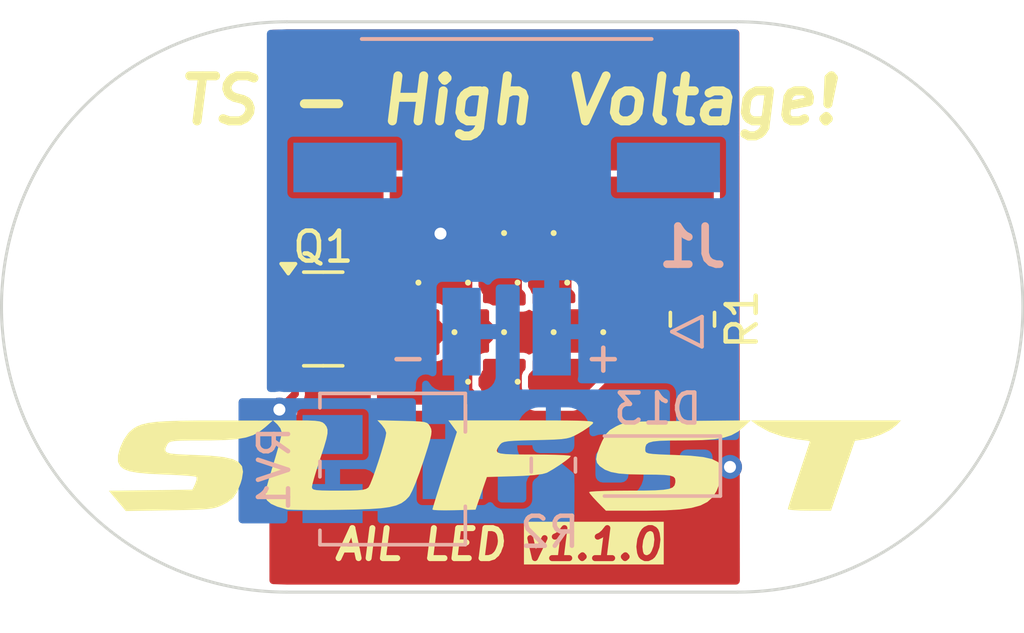
<source format=kicad_pcb>
(kicad_pcb (version 20221018) (generator pcbnew)
  (layers (0 "F.Cu" signal) (31 "B.Cu" signal) (34 "B.Paste" user) (35 "F.Paste" user) (36 "B.SilkS" user "B.Silkscreen") (37 "F.SilkS" user "F.Silkscreen") (38 "B.Mask" user) (39 "F.Mask" user) (44 "Edge.Cuts" user))
  (net 0 "")
  (net 1 "Net-(D1-K)")
  (net 2 "Net-(D1-A)")
  (net 3 "Net-(D2-K)")
  (net 4 "Net-(D3-K)")
  (net 5 "Net-(D4-K)")
  (net 6 "Net-(D5-K)")
  (net 7 "Net-(D6-K)")
  (net 8 "Net-(D7-K)")
  (net 9 "Net-(D8-K)")
  (net 10 "Net-(D10-A)")
  (net 11 "Net-(D10-K)")
  (net 12 "Net-(D11-K)")
  (net 13 "Net-(D12-K)")
  (net 14 "Net-(D13-K)")
  (net 15 "Net-(D13-A)")
  (net 16 "Net-(Q1-E)")
  (footprint "MountingHole:MountingHole_3.2mm_M3" (layer "F.Cu") (at 63.3476 43.561)
    (fp_text reference "H2" hide)
    (fp_text value "MountingHole")
    (pad "" np_thru_hole circle (at 0 0) (size 3.2 3.2) (drill 3.2) (layers "*.Cu" "*.Mask"))
  )
  (footprint "SUFST:KR-SITQA1.23_reflow" (layer "F.Cu") (at 49.478 42.689 -90)
    (fp_text reference "D6" hide)
    (fp_text value "KR-SITQA1.23")
    (fp_circle (center 0 0.6) (end 0.05 0.6) (stroke (width 0.1)) (fill none) (layer "F.SilkS"))
    (pad "1" smd custom (at -0.4 0.5 270) (size 0.1 0.1) (layers "F.Cu" "F.Paste" "F.Mask") (net 7 "Net-(D6-K)") (clearance 0.05) (options (clearance outline) (anchor circle)) (primitives (gr_poly (pts (xy -0.15 0.25) (xy -0.15 -0.15) (xy 0 -0.15) (xy 0.2 0.05) (xy 0.2 0.25)) (width 0.0001) (fill yes))))
    (pad "1" smd custom (at 0.4 0.5 270) (size 0.1 0.1) (layers "F.Cu" "F.Paste" "F.Mask") (net 7 "Net-(D6-K)") (clearance 0.05) (options (clearance outline) (anchor circle)) (primitives (gr_poly (pts (xy 0.15 0.25) (xy 0.15 -0.15) (xy 0 -0.15) (xy -0.2 0.05) (xy -0.2 0.25)) (width 0.0001) (fill yes))))
    (pad "2" smd custom (at 0 -0.2 270) (size 0.1 0.1) (layers "F.Cu" "F.Paste" "F.Mask") (net 6 "Net-(D5-K)") (clearance 0.05) (options (clearance outline) (anchor circle)) (primitives (gr_poly (pts (xy 0.125 0.4) (xy 0.35 0.15) (xy 0.35 -0.15) (xy 0.55 -0.15) (xy 0.55 -0.55) (xy 0.125 -0.55) (xy 0.125 -0.15) (xy -0.125 -0.15) (xy -0.125 -0.55) (xy -0.55 -0.55) (xy -0.55 -0.15) (xy -0.35 -0.15) (xy -0.35 0.15) (xy -0.125 0.4)) (width 0.0001) (fill yes))))
  )
  (footprint "SUFST:KR-SITQA1.23_reflow" (layer "F.Cu") (at 51.1322 45.991 -90)
    (fp_text reference "D12" hide)
    (fp_text value "KR-SITQA1.23")
    (fp_circle (center 0 0.6) (end 0.05 0.6) (stroke (width 0.1)) (fill none) (layer "F.SilkS"))
    (pad "1" smd custom (at -0.4 0.5 270) (size 0.1 0.1) (layers "F.Cu" "F.Paste" "F.Mask") (net 13 "Net-(D12-K)") (clearance 0.05) (options (clearance outline) (anchor circle)) (primitives (gr_poly (pts (xy -0.15 0.25) (xy -0.15 -0.15) (xy 0 -0.15) (xy 0.2 0.05) (xy 0.2 0.25)) (width 0.0001) (fill yes))))
    (pad "1" smd custom (at 0.4 0.5 270) (size 0.1 0.1) (layers "F.Cu" "F.Paste" "F.Mask") (net 13 "Net-(D12-K)") (clearance 0.05) (options (clearance outline) (anchor circle)) (primitives (gr_poly (pts (xy 0.15 0.25) (xy 0.15 -0.15) (xy 0 -0.15) (xy -0.2 0.05) (xy -0.2 0.25)) (width 0.0001) (fill yes))))
    (pad "2" smd custom (at 0 -0.2 270) (size 0.1 0.1) (layers "F.Cu" "F.Paste" "F.Mask") (net 12 "Net-(D11-K)") (clearance 0.05) (options (clearance outline) (anchor circle)) (primitives (gr_poly (pts (xy 0.125 0.4) (xy 0.35 0.15) (xy 0.35 -0.15) (xy 0.55 -0.15) (xy 0.55 -0.55) (xy 0.125 -0.55) (xy 0.125 -0.15) (xy -0.125 -0.15) (xy -0.125 -0.55) (xy -0.55 -0.55) (xy -0.55 -0.15) (xy -0.35 -0.15) (xy -0.35 0.15) (xy -0.125 0.4)) (width 0.0001) (fill yes))))
  )
  (footprint "SUFST:KR-SITQA1.23_reflow" (layer "F.Cu") (at 54.431 44.34 90)
    (fp_text reference "D10" hide)
    (fp_text value "KR-SITQA1.23")
    (fp_circle (center 0 0.6) (end 0.05 0.6) (stroke (width 0.1)) (fill none) (layer "F.SilkS"))
    (pad "1" smd custom (at -0.4 0.5 90) (size 0.1 0.1) (layers "F.Cu" "F.Paste" "F.Mask") (net 11 "Net-(D10-K)") (clearance 0.05) (options (clearance outline) (anchor circle)) (primitives (gr_poly (pts (xy -0.15 0.25) (xy -0.15 -0.15) (xy 0 -0.15) (xy 0.2 0.05) (xy 0.2 0.25)) (width 0.0001) (fill yes))))
    (pad "1" smd custom (at 0.4 0.5 90) (size 0.1 0.1) (layers "F.Cu" "F.Paste" "F.Mask") (net 11 "Net-(D10-K)") (clearance 0.05) (options (clearance outline) (anchor circle)) (primitives (gr_poly (pts (xy 0.15 0.25) (xy 0.15 -0.15) (xy 0 -0.15) (xy -0.2 0.05) (xy -0.2 0.25)) (width 0.0001) (fill yes))))
    (pad "2" smd custom (at 0 -0.2 90) (size 0.1 0.1) (layers "F.Cu" "F.Paste" "F.Mask") (net 10 "Net-(D10-A)") (clearance 0.05) (options (clearance outline) (anchor circle)) (primitives (gr_poly (pts (xy 0.125 0.4) (xy 0.35 0.15) (xy 0.35 -0.15) (xy 0.55 -0.15) (xy 0.55 -0.55) (xy 0.125 -0.55) (xy 0.125 -0.15) (xy -0.125 -0.15) (xy -0.125 -0.55) (xy -0.55 -0.55) (xy -0.55 -0.15) (xy -0.35 -0.15) (xy -0.35 0.15) (xy -0.125 0.4)) (width 0.0001) (fill yes))))
  )
  (footprint "Package_TO_SOT_SMD:SOT-23" (layer "F.Cu") (at 45.71 43.9)
    (fp_text reference "Q1" (at 0 -2.4) (layer "F.SilkS"))
    (fp_text value "BC817")
    (fp_line (start 0 -1.56) (end -0.65 -1.56) (stroke (width 0.12)) (layer "F.SilkS"))
    (fp_line (start 0 -1.56) (end 0.65 -1.56) (stroke (width 0.12)) (layer "F.SilkS"))
    (fp_line (start 0 1.56) (end -0.65 1.56) (stroke (width 0.12)) (layer "F.SilkS"))
    (fp_line (start 0 1.56) (end 0.65 1.56) (stroke (width 0.12)) (layer "F.SilkS"))
    (fp_poly (pts (xy -1.1625 -1.51) (xy -1.4025 -1.84) (xy -0.9225 -1.84) (xy -1.1625 -1.51)) (stroke (width 0.12)) (fill solid) (layer "F.SilkS"))
    (pad "1" smd roundrect (at -0.9375 -0.95) (size 1.475 0.6) (layers "F.Cu" "F.Paste" "F.Mask") (net 14 "Net-(D13-K)"))
    (pad "2" smd roundrect (at -0.9375 0.95) (size 1.475 0.6) (layers "F.Cu" "F.Paste" "F.Mask") (net 16 "Net-(Q1-E)"))
    (pad "3" smd roundrect (at 0.9375 0) (size 1.475 0.6) (layers "F.Cu" "F.Paste" "F.Mask") (net 13 "Net-(D12-K)"))
  )
  (footprint "SUFST:KR-SITQA1.23_reflow" (layer "F.Cu") (at 49.478 44.34 90)
    (fp_text reference "D7" hide)
    (fp_text value "KR-SITQA1.23")
    (fp_circle (center 0 0.6) (end 0.05 0.6) (stroke (width 0.1)) (fill none) (layer "F.SilkS"))
    (pad "1" smd custom (at -0.4 0.5 90) (size 0.1 0.1) (layers "F.Cu" "F.Paste" "F.Mask") (net 8 "Net-(D7-K)") (clearance 0.05) (options (clearance outline) (anchor circle)) (primitives (gr_poly (pts (xy -0.15 0.25) (xy -0.15 -0.15) (xy 0 -0.15) (xy 0.2 0.05) (xy 0.2 0.25)) (width 0.0001) (fill yes))))
    (pad "1" smd custom (at 0.4 0.5 90) (size 0.1 0.1) (layers "F.Cu" "F.Paste" "F.Mask") (net 8 "Net-(D7-K)") (clearance 0.05) (options (clearance outline) (anchor circle)) (primitives (gr_poly (pts (xy 0.15 0.25) (xy 0.15 -0.15) (xy 0 -0.15) (xy -0.2 0.05) (xy -0.2 0.25)) (width 0.0001) (fill yes))))
    (pad "2" smd custom (at 0 -0.2 90) (size 0.1 0.1) (layers "F.Cu" "F.Paste" "F.Mask") (net 7 "Net-(D6-K)") (clearance 0.05) (options (clearance outline) (anchor circle)) (primitives (gr_poly (pts (xy 0.125 0.4) (xy 0.35 0.15) (xy 0.35 -0.15) (xy 0.55 -0.15) (xy 0.55 -0.55) (xy 0.125 -0.55) (xy 0.125 -0.15) (xy -0.125 -0.15) (xy -0.125 -0.55) (xy -0.55 -0.55) (xy -0.55 -0.15) (xy -0.35 -0.15) (xy -0.35 0.15) (xy -0.125 0.4)) (width 0.0001) (fill yes))))
  )
  (footprint "SUFST:KR-SITQA1.23_reflow" (layer "F.Cu") (at 52.78 44.34 90)
    (fp_text reference "D9" hide)
    (fp_text value "KR-SITQA1.23")
    (fp_circle (center 0 0.6) (end 0.05 0.6) (stroke (width 0.1)) (fill none) (layer "F.SilkS"))
    (pad "1" smd custom (at -0.4 0.5 90) (size 0.1 0.1) (layers "F.Cu" "F.Paste" "F.Mask") (net 10 "Net-(D10-A)") (clearance 0.05) (options (clearance outline) (anchor circle)) (primitives (gr_poly (pts (xy -0.15 0.25) (xy -0.15 -0.15) (xy 0 -0.15) (xy 0.2 0.05) (xy 0.2 0.25)) (width 0.0001) (fill yes))))
    (pad "1" smd custom (at 0.4 0.5 90) (size 0.1 0.1) (layers "F.Cu" "F.Paste" "F.Mask") (net 10 "Net-(D10-A)") (clearance 0.05) (options (clearance outline) (anchor circle)) (primitives (gr_poly (pts (xy 0.15 0.25) (xy 0.15 -0.15) (xy 0 -0.15) (xy -0.2 0.05) (xy -0.2 0.25)) (width 0.0001) (fill yes))))
    (pad "2" smd custom (at 0 -0.2 90) (size 0.1 0.1) (layers "F.Cu" "F.Paste" "F.Mask") (net 9 "Net-(D8-K)") (clearance 0.05) (options (clearance outline) (anchor circle)) (primitives (gr_poly (pts (xy 0.125 0.4) (xy 0.35 0.15) (xy 0.35 -0.15) (xy 0.55 -0.15) (xy 0.55 -0.55) (xy 0.125 -0.55) (xy 0.125 -0.15) (xy -0.125 -0.15) (xy -0.125 -0.55) (xy -0.55 -0.55) (xy -0.55 -0.15) (xy -0.35 -0.15) (xy -0.35 0.15) (xy -0.125 0.4)) (width 0.0001) (fill yes))))
  )
  (footprint "SUFST:KR-SITQA1.23_reflow" (layer "F.Cu") (at 52.7832 45.991 -90)
    (fp_text reference "D11" hide)
    (fp_text value "KR-SITQA1.23")
    (fp_circle (center 0 0.6) (end 0.05 0.6) (stroke (width 0.1)) (fill none) (layer "F.SilkS"))
    (pad "1" smd custom (at -0.4 0.5 270) (size 0.1 0.1) (layers "F.Cu" "F.Paste" "F.Mask") (net 12 "Net-(D11-K)") (clearance 0.05) (options (clearance outline) (anchor circle)) (primitives (gr_poly (pts (xy -0.15 0.25) (xy -0.15 -0.15) (xy 0 -0.15) (xy 0.2 0.05) (xy 0.2 0.25)) (width 0.0001) (fill yes))))
    (pad "1" smd custom (at 0.4 0.5 270) (size 0.1 0.1) (layers "F.Cu" "F.Paste" "F.Mask") (net 12 "Net-(D11-K)") (clearance 0.05) (options (clearance outline) (anchor circle)) (primitives (gr_poly (pts (xy 0.15 0.25) (xy 0.15 -0.15) (xy 0 -0.15) (xy -0.2 0.05) (xy -0.2 0.25)) (width 0.0001) (fill yes))))
    (pad "2" smd custom (at 0 -0.2 270) (size 0.1 0.1) (layers "F.Cu" "F.Paste" "F.Mask") (net 11 "Net-(D10-K)") (clearance 0.05) (options (clearance outline) (anchor circle)) (primitives (gr_poly (pts (xy 0.125 0.4) (xy 0.35 0.15) (xy 0.35 -0.15) (xy 0.55 -0.15) (xy 0.55 -0.55) (xy 0.125 -0.55) (xy 0.125 -0.15) (xy -0.125 -0.15) (xy -0.125 -0.55) (xy -0.55 -0.55) (xy -0.55 -0.15) (xy -0.35 -0.15) (xy -0.35 0.15) (xy -0.125 0.4)) (width 0.0001) (fill yes))))
  )
  (footprint "SUFST:KR-SITQA1.23_reflow" (layer "F.Cu") (at 52.78 41.038 90)
    (fp_text reference "D2" hide)
    (fp_text value "KR-SITQA1.23")
    (fp_circle (center 0 0.6) (end 0.05 0.6) (stroke (width 0.1)) (fill none) (layer "F.SilkS"))
    (pad "1" smd custom (at -0.4 0.5 90) (size 0.1 0.1) (layers "F.Cu" "F.Paste" "F.Mask") (net 3 "Net-(D2-K)") (clearance 0.05) (options (clearance outline) (anchor circle)) (primitives (gr_poly (pts (xy -0.15 0.25) (xy -0.15 -0.15) (xy 0 -0.15) (xy 0.2 0.05) (xy 0.2 0.25)) (width 0.0001) (fill yes))))
    (pad "1" smd custom (at 0.4 0.5 90) (size 0.1 0.1) (layers "F.Cu" "F.Paste" "F.Mask") (net 3 "Net-(D2-K)") (clearance 0.05) (options (clearance outline) (anchor circle)) (primitives (gr_poly (pts (xy 0.15 0.25) (xy 0.15 -0.15) (xy 0 -0.15) (xy -0.2 0.05) (xy -0.2 0.25)) (width 0.0001) (fill yes))))
    (pad "2" smd custom (at 0 -0.2 90) (size 0.1 0.1) (layers "F.Cu" "F.Paste" "F.Mask") (net 1 "Net-(D1-K)") (clearance 0.05) (options (clearance outline) (anchor circle)) (primitives (gr_poly (pts (xy 0.125 0.4) (xy 0.35 0.15) (xy 0.35 -0.15) (xy 0.55 -0.15) (xy 0.55 -0.55) (xy 0.125 -0.55) (xy 0.125 -0.15) (xy -0.125 -0.15) (xy -0.125 -0.55) (xy -0.55 -0.55) (xy -0.55 -0.15) (xy -0.35 -0.15) (xy -0.35 0.15) (xy -0.125 0.4)) (width 0.0001) (fill yes))))
  )
  (footprint "SUFST:sufst-text" (layer "F.Cu") (at 51.75 48.75)
    (fp_text reference "G***" hide)
    (fp_text value "LOGO" hide)
    (fp_poly (pts (xy 13.039286 -1.308823) (xy 12.826538 -1.14556) (xy 12.526756 -0.996643) (xy 12.186455 -0.88248) (xy 11.961505 -0.835971) (xy 11.657484 -0.790969) (xy 10.861842 1.536511) (xy 10.14329 1.53694) (xy 9.851489 1.532571) (xy 9.616679 1.520409) (xy 9.466149 1.502429) (xy 9.424737 1.484959) (xy 9.445004 1.407288) (xy 9.501189 1.224651) (xy 9.58637 0.958717) (xy 9.693624 0.631152) (xy 9.792369 0.33421) (xy 9.912061 -0.024065) (xy 10.015456 -0.334855) (xy 10.095707 -0.577473) (xy 10.145967 -0.731233) (xy 10.16 -0.776554) (xy 10.099459 -0.789914) (xy 9.941491 -0.812503) (xy 9.742237 -0.836848) (xy 9.253037 -0.930705) (xy 8.801962 -1.08863) (xy 8.434034 -1.294713) (xy 8.42226 -1.303307) (xy 8.195607 -1.470526) (xy 13.191198 -1.470526)) (fill solid) (layer "F.SilkS"))
    (fp_poly (pts (xy 1.212731 -1.470319) (xy 1.727382 -1.469269) (xy 2.132588 -1.466734) (xy 2.440469 -1.462074) (xy 2.663146 -1.454646) (xy 2.812737 -1.443809) (xy 2.901364 -1.428922) (xy 2.941145 -1.409343) (xy 2.944201 -1.38443) (xy 2.922651 -1.353543) (xy 2.916522 -1.346665) (xy 2.796859 -1.246536) (xy 2.606653 -1.119079) (xy 2.454978 -1.030027) (xy 2.318997 -0.958001) (xy 2.195983 -0.905959) (xy 2.060258 -0.870018) (xy 1.886148 -0.846297) (xy 1.647975 -0.830912) (xy 1.320063 -0.819981) (xy 1.018306 -0.812787) (xy 0.612064 -0.8026) (xy 0.318565 -0.791217) (xy 0.11688 -0.775709) (xy -0.013922 -0.753143) (xy -0.094771 -0.72059) (xy -0.146596 -0.675119) (xy -0.168141 -0.646658) (xy -0.236789 -0.541441) (xy -0.265307 -0.462947) (xy -0.239465 -0.407267) (xy -0.145033 -0.370492) (xy 0.03222 -0.348713) (xy 0.306525 -0.338019) (xy 0.692111 -0.334503) (xy 0.969211 -0.334211) (xy 1.359146 -0.331642) (xy 1.69856 -0.324497) (xy 1.966652 -0.313619) (xy 2.142619 -0.299853) (xy 2.205661 -0.284079) (xy 2.153418 -0.223397) (xy 2.017971 -0.116452) (xy 1.831011 0.014675) (xy 1.624227 0.147904) (xy 1.429309 0.261152) (xy 1.403684 0.274722) (xy 1.254729 0.31617) (xy 0.988766 0.350808) (xy 0.622375 0.376886) (xy 0.322504 0.388889) (xy -0.591572 0.415948) (xy -0.780391 0.959948) (xy -0.96921 1.503947) (xy -1.687763 1.522919) (xy -1.979478 1.526936) (xy -2.214247 1.523155) (xy -2.364808 1.512471) (xy -2.406316 1.499351) (xy -2.386799 1.4255) (xy -2.332367 1.244343) (xy -2.249194 0.975788) (xy -2.143457 0.63974) (xy -2.021331 0.256107) (xy -1.99872 0.185517) (xy -1.591124 -1.085778) (xy -1.733353 -1.278152) (xy -1.875581 -1.470526) (xy 0.576517 -1.470526)) (fill solid) (layer "F.SilkS"))
    (fp_poly (pts (xy -7.720263 -1.464962) (xy -7.969948 -1.244265) (xy -8.162013 -1.094597) (xy -8.369032 -0.981613) (xy -8.612747 -0.900651) (xy -8.914902 -0.847047) (xy -9.297238 -0.816137) (xy -9.781498 -0.80326) (xy -10.03164 -0.802105) (xy -10.446022 -0.801097) (xy -10.746637 -0.796637) (xy -10.953392 -0.786571) (xy -11.086197 -0.768747) (xy -11.164962 -0.741012) (xy -11.209596 -0.701211) (xy -11.227122 -0.672816) (xy -11.284309 -0.554607) (xy -11.299083 -0.469005) (xy -11.255519 -0.409867) (xy -11.13769 -0.371051) (xy -10.929668 -0.346415) (xy -10.615528 -0.329815) (xy -10.310394 -0.319254) (xy -9.773633 -0.293265) (xy -9.359279 -0.249301) (xy -9.056533 -0.180705) (xy -8.854598 -0.080821) (xy -8.742676 0.057009) (xy -8.709971 0.23944) (xy -8.745683 0.47313) (xy -8.78834 0.619064) (xy -8.902697 0.912153) (xy -9.040392 1.11381) (xy -9.237091 1.265717) (xy -9.424737 1.362793) (xy -9.536914 1.409895) (xy -9.658327 1.445835) (xy -9.809405 1.472523) (xy -10.010581 1.491867) (xy -10.282283 1.505776) (xy -10.644944 1.516159) (xy -11.118993 1.524924) (xy -11.1685 1.52571) (xy -12.611473 1.5484) (xy -12.89476 1.210045) (xy -13.178045 0.87169) (xy -11.786846 0.853608) (xy -10.395645 0.835526) (xy -10.305168 0.646645) (xy -10.254875 0.502235) (xy -10.258262 0.414066) (xy -10.259509 0.412698) (xy -10.3385 0.395102) (xy -10.527231 0.375974) (xy -10.801799 0.357081) (xy -11.138303 0.340187) (xy -11.351769 0.332023) (xy -11.843152 0.308986) (xy -12.217222 0.274543) (xy -12.490178 0.22405) (xy -12.678222 0.152863) (xy -12.797553 0.056339) (xy -12.86437 -0.070167) (xy -12.874111 -0.104378) (xy -12.873323 -0.304118) (xy -12.804547 -0.55834) (xy -12.686098 -0.819429) (xy -12.536292 -1.039775) (xy -12.498685 -1.080329) (xy -12.381257 -1.184299) (xy -12.24806 -1.268311) (xy -12.084274 -1.334391) (xy -11.875079 -1.384564) (xy -11.605656 -1.420855) (xy -11.261183 -1.445288) (xy -10.826843 -1.459888) (xy -10.287814 -1.466681) (xy -9.663263 -1.467744)) (fill solid) (layer "F.SilkS"))
    (fp_poly (pts (xy 7.943133 -1.241925) (xy 7.758056 -1.09172) (xy 7.55018 -0.978368) (xy 7.298561 -0.897323) (xy 6.982255 -0.844039) (xy 6.580321 -0.81397) (xy 6.071814 -0.802572) (xy 5.916763 -0.802105) (xy 5.480397 -0.799717) (xy 5.160004 -0.789647) (xy 4.937914 -0.767541) (xy 4.796458 -0.729045) (xy 4.717966 -0.669803) (xy 4.684768 -0.58546) (xy 4.678948 -0.49703) (xy 4.68444 -0.440903) (xy 4.714286 -0.400624) (xy 4.78854 -0.37258) (xy 4.927254 -0.353156) (xy 5.150484 -0.338739) (xy 5.478282 -0.325715) (xy 5.664869 -0.319359) (xy 6.196609 -0.293168) (xy 6.606003 -0.249849) (xy 6.904005 -0.182345) (xy 7.101575 -0.083602) (xy 7.209667 0.053434) (xy 7.23924 0.23582) (xy 7.201249 0.47061) (xy 7.15121 0.63769) (xy 7.049707 0.888708) (xy 6.920284 1.08976) (xy 6.748307 1.246029) (xy 6.51914 1.362703) (xy 6.218149 1.444966) (xy 5.830698 1.498003) (xy 5.342151 1.527001) (xy 4.737873 1.537144) (xy 4.611979 1.537368) (xy 3.36994 1.537368) (xy 3.088654 1.250759) (xy 2.939132 1.091076) (xy 2.837119 0.968104) (xy 2.807369 0.916549) (xy 2.870868 0.902057) (xy 3.048002 0.889342) (xy 3.318725 0.879122) (xy 3.662993 0.872113) (xy 4.060761 0.86903) (xy 4.139436 0.868947) (xy 4.633608 0.866935) (xy 5.009962 0.858627) (xy 5.284332 0.840617) (xy 5.472553 0.809496) (xy 5.59046 0.761858) (xy 5.653888 0.694295) (xy 5.678671 0.6034) (xy 5.681579 0.537114) (xy 5.66829 0.460444) (xy 5.61595 0.405669) (xy 5.505847 0.369224) (xy 5.31927 0.347543) (xy 5.037509 0.337062) (xy 4.641852 0.334216) (xy 4.616613 0.33421) (xy 4.154497 0.326293) (xy 3.802282 0.299519) (xy 3.536952 0.249354) (xy 3.335495 0.171265) (xy 3.174895 0.060717) (xy 3.159626 0.047186) (xy 3.074484 -0.054876) (xy 3.044474 -0.176851) (xy 3.072277 -0.34583) (xy 3.160568 -0.588903) (xy 3.24096 -0.775435) (xy 3.359562 -1.000367) (xy 3.499597 -1.148593) (xy 3.71214 -1.273765) (xy 3.71819 -1.27675) (xy 3.813112 -1.321739) (xy 3.905603 -1.35757) (xy 4.011766 -1.38544) (xy 4.147708 -1.406545) (xy 4.329531 -1.422082) (xy 4.573341 -1.433246) (xy 4.895242 -1.441235) (xy 5.311339 -1.447246) (xy 5.837736 -1.452474) (xy 6.116053 -1.4549) (xy 8.188158 -1.472693)) (fill solid) (layer "F.SilkS"))
    (fp_poly (pts (xy -3.408358 -1.455983) (xy -3.062571 -1.447084) (xy -2.825933 -1.435602) (xy -2.673935 -1.416493) (xy -2.582064 -1.384709) (xy -2.525809 -1.335204) (xy -2.48196 -1.265253) (xy -2.448117 -1.190688) (xy -2.434887 -1.104796) (xy -2.44653 -0.985585) (xy -2.487302 -0.811063) (xy -2.561461 -0.559237) (xy -2.673265 -0.208116) (xy -2.706414 -0.105885) (xy -2.83396 0.267242) (xy -2.95943 0.599366) (xy -3.072209 0.864439) (xy -3.161683 1.036418) (xy -3.185569 1.069845) (xy -3.302917 1.191287) (xy -3.438725 1.287597) (xy -3.609515 1.361851) (xy -3.831804 1.417125) (xy -4.122114 1.456494) (xy -4.496963 1.483035) (xy -4.972871 1.499824) (xy -5.547894 1.509715) (xy -5.999651 1.513724) (xy -6.412118 1.514641) (xy -6.764687 1.512642) (xy -7.036749 1.507901) (xy -7.207695 1.500594) (xy -7.252368 1.495254) (xy -7.569071 1.403534) (xy -7.777743 1.310042) (xy -7.903645 1.202772) (xy -7.922249 1.17689) (xy -7.95635 1.109529) (xy -7.969275 1.025412) (xy -7.957119 0.902831) (xy -7.915977 0.720078) (xy -7.841945 0.455444) (xy -7.73112 0.087222) (xy -7.719355 0.048741) (xy -7.614702 -0.301725) (xy -7.525961 -0.614965) (xy -7.460104 -0.865092) (xy -7.424102 -1.026215) (xy -7.419473 -1.064669) (xy -7.46616 -1.205562) (xy -7.565762 -1.334238) (xy -7.71205 -1.470526) (xy -6.9077 -1.470526) (xy -6.558307 -1.468007) (xy -6.317485 -1.458215) (xy -6.160178 -1.437805) (xy -6.061332 -1.403428) (xy -5.995889 -1.351738) (xy -5.992728 -1.34829) (xy -5.92942 -1.263313) (xy -5.897135 -1.165617) (xy -5.898817 -1.033017) (xy -5.937411 -0.84333) (xy -6.01586 -0.574371) (xy -6.137107 -0.203957) (xy -6.149473 -0.167105) (xy -6.251976 0.14723) (xy -6.336306 0.42341) (xy -6.394045 0.632594) (xy -6.416775 0.745942) (xy -6.416842 0.748843) (xy -6.406274 0.797518) (xy -6.360711 0.830993) (xy -6.259363 0.85207) (xy -6.08144 0.863546) (xy -5.806153 0.86822) (xy -5.524833 0.868947) (xy -5.154091 0.866723) (xy -4.893871 0.858239) (xy -4.72106 0.840779) (xy -4.612542 0.811624) (xy -4.545203 0.768058) (xy -4.529754 0.751974) (xy -4.475437 0.649455) (xy -4.39552 0.449279) (xy -4.300097 0.18262) (xy -4.199263 -0.119349) (xy -4.103111 -0.425454) (xy -4.021736 -0.704522) (xy -3.96523 -0.925378) (xy -3.943689 -1.056848) (xy -3.943684 -1.058009) (xy -3.986752 -1.17652) (xy -4.090381 -1.317272) (xy -4.091056 -1.317991) (xy -4.238427 -1.47486)) (fill solid) (layer "F.SilkS"))
  )
  (footprint "SUFST:KR-SITQA1.23_reflow" (layer "F.Cu") (at 51.129 41.038 90)
    (fp_text reference "D1" hide)
    (fp_text value "KR-SITQA1.23")
    (fp_circle (center 0 0.6) (end 0.05 0.6) (stroke (width 0.1)) (fill none) (layer "F.SilkS"))
    (pad "1" smd custom (at -0.4 0.5 90) (size 0.1 0.1) (layers "F.Cu" "F.Paste" "F.Mask") (net 1 "Net-(D1-K)") (clearance 0.05) (options (clearance outline) (anchor circle)) (primitives (gr_poly (pts (xy -0.15 0.25) (xy -0.15 -0.15) (xy 0 -0.15) (xy 0.2 0.05) (xy 0.2 0.25)) (width 0.0001) (fill yes))))
    (pad "1" smd custom (at 0.4 0.5 90) (size 0.1 0.1) (layers "F.Cu" "F.Paste" "F.Mask") (net 1 "Net-(D1-K)") (clearance 0.05) (options (clearance outline) (anchor circle)) (primitives (gr_poly (pts (xy 0.15 0.25) (xy 0.15 -0.15) (xy 0 -0.15) (xy -0.2 0.05) (xy -0.2 0.25)) (width 0.0001) (fill yes))))
    (pad "2" smd custom (at 0 -0.2 90) (size 0.1 0.1) (layers "F.Cu" "F.Paste" "F.Mask") (net 2 "Net-(D1-A)") (clearance 0.05) (options (clearance outline) (anchor circle)) (primitives (gr_poly (pts (xy 0.125 0.4) (xy 0.35 0.15) (xy 0.35 -0.15) (xy 0.55 -0.15) (xy 0.55 -0.55) (xy 0.125 -0.55) (xy 0.125 -0.15) (xy -0.125 -0.15) (xy -0.125 -0.55) (xy -0.55 -0.55) (xy -0.55 -0.15) (xy -0.35 -0.15) (xy -0.35 0.15) (xy -0.125 0.4)) (width 0.0001) (fill yes))))
  )
  (footprint "SUFST:KR-SITQA1.23_reflow" (layer "F.Cu") (at 51.129 42.689 -90)
    (fp_text reference "D5" hide)
    (fp_text value "KR-SITQA1.23")
    (fp_circle (center 0 0.6) (end 0.05 0.6) (stroke (width 0.1)) (fill none) (layer "F.SilkS"))
    (pad "1" smd custom (at -0.4 0.5 270) (size 0.1 0.1) (layers "F.Cu" "F.Paste" "F.Mask") (net 6 "Net-(D5-K)") (clearance 0.05) (options (clearance outline) (anchor circle)) (primitives (gr_poly (pts (xy -0.15 0.25) (xy -0.15 -0.15) (xy 0 -0.15) (xy 0.2 0.05) (xy 0.2 0.25)) (width 0.0001) (fill yes))))
    (pad "1" smd custom (at 0.4 0.5 270) (size 0.1 0.1) (layers "F.Cu" "F.Paste" "F.Mask") (net 6 "Net-(D5-K)") (clearance 0.05) (options (clearance outline) (anchor circle)) (primitives (gr_poly (pts (xy 0.15 0.25) (xy 0.15 -0.15) (xy 0 -0.15) (xy -0.2 0.05) (xy -0.2 0.25)) (width 0.0001) (fill yes))))
    (pad "2" smd custom (at 0 -0.2 270) (size 0.1 0.1) (layers "F.Cu" "F.Paste" "F.Mask") (net 5 "Net-(D4-K)") (clearance 0.05) (options (clearance outline) (anchor circle)) (primitives (gr_poly (pts (xy 0.125 0.4) (xy 0.35 0.15) (xy 0.35 -0.15) (xy 0.55 -0.15) (xy 0.55 -0.55) (xy 0.125 -0.55) (xy 0.125 -0.15) (xy -0.125 -0.15) (xy -0.125 -0.55) (xy -0.55 -0.55) (xy -0.55 -0.15) (xy -0.35 -0.15) (xy -0.35 0.15) (xy -0.125 0.4)) (width 0.0001) (fill yes))))
  )
  (footprint "SUFST:KR-SITQA1.23_reflow" (layer "F.Cu") (at 51.129 44.34 90)
    (fp_text reference "D8" hide)
    (fp_text value "KR-SITQA1.23")
    (fp_circle (center 0 0.6) (end 0.05 0.6) (stroke (width 0.1)) (fill none) (layer "F.SilkS"))
    (pad "1" smd custom (at -0.4 0.5 90) (size 0.1 0.1) (layers "F.Cu" "F.Paste" "F.Mask") (net 9 "Net-(D8-K)") (clearance 0.05) (options (clearance outline) (anchor circle)) (primitives (gr_poly (pts (xy -0.15 0.25) (xy -0.15 -0.15) (xy 0 -0.15) (xy 0.2 0.05) (xy 0.2 0.25)) (width 0.0001) (fill yes))))
    (pad "1" smd custom (at 0.4 0.5 90) (size 0.1 0.1) (layers "F.Cu" "F.Paste" "F.Mask") (net 9 "Net-(D8-K)") (clearance 0.05) (options (clearance outline) (anchor circle)) (primitives (gr_poly (pts (xy 0.15 0.25) (xy 0.15 -0.15) (xy 0 -0.15) (xy -0.2 0.05) (xy -0.2 0.25)) (width 0.0001) (fill yes))))
    (pad "2" smd custom (at 0 -0.2 90) (size 0.1 0.1) (layers "F.Cu" "F.Paste" "F.Mask") (net 8 "Net-(D7-K)") (clearance 0.05) (options (clearance outline) (anchor circle)) (primitives (gr_poly (pts (xy 0.125 0.4) (xy 0.35 0.15) (xy 0.35 -0.15) (xy 0.55 -0.15) (xy 0.55 -0.55) (xy 0.125 -0.55) (xy 0.125 -0.15) (xy -0.125 -0.15) (xy -0.125 -0.55) (xy -0.55 -0.55) (xy -0.55 -0.15) (xy -0.35 -0.15) (xy -0.35 0.15) (xy -0.125 0.4)) (width 0.0001) (fill yes))))
  )
  (footprint "Resistor_SMD:R_0805_2012Metric" (layer "F.Cu") (at 58 43.91 -90)
    (fp_text reference "R1" (at 0 -1.65 -270) (layer "F.SilkS"))
    (fp_text value "33k")
    (fp_line (start -0.227064 -0.735) (end 0.227064 -0.735) (stroke (width 0.12)) (layer "F.SilkS"))
    (fp_line (start -0.227064 0.735) (end 0.227064 0.735) (stroke (width 0.12)) (layer "F.SilkS"))
    (pad "1" smd roundrect (at -0.9125 0 270) (size 1.025 1.4) (layers "F.Cu" "F.Paste" "F.Mask") (roundrect_rratio 0.243902439) (net 2 "Net-(D1-A)"))
    (pad "2" smd roundrect (at 0.9125 0 270) (size 1.025 1.4) (layers "F.Cu" "F.Paste" "F.Mask") (roundrect_rratio 0.243902439) (net 14 "Net-(D13-K)"))
  )
  (footprint "SUFST:KR-SITQA1.23_reflow" (layer "F.Cu") (at 54.431 42.689 -90)
    (fp_text reference "D3" hide)
    (fp_text value "KR-SITQA1.23")
    (fp_circle (center 0 0.6) (end 0.05 0.6) (stroke (width 0.1)) (fill none) (layer "F.SilkS"))
    (pad "1" smd custom (at -0.4 0.5 270) (size 0.1 0.1) (layers "F.Cu" "F.Paste" "F.Mask") (net 4 "Net-(D3-K)") (clearance 0.05) (options (clearance outline) (anchor circle)) (primitives (gr_poly (pts (xy -0.15 0.25) (xy -0.15 -0.15) (xy 0 -0.15) (xy 0.2 0.05) (xy 0.2 0.25)) (width 0.0001) (fill yes))))
    (pad "1" smd custom (at 0.4 0.5 270) (size 0.1 0.1) (layers "F.Cu" "F.Paste" "F.Mask") (net 4 "Net-(D3-K)") (clearance 0.05) (options (clearance outline) (anchor circle)) (primitives (gr_poly (pts (xy 0.15 0.25) (xy 0.15 -0.15) (xy 0 -0.15) (xy -0.2 0.05) (xy -0.2 0.25)) (width 0.0001) (fill yes))))
    (pad "2" smd custom (at 0 -0.2 270) (size 0.1 0.1) (layers "F.Cu" "F.Paste" "F.Mask") (net 3 "Net-(D2-K)") (clearance 0.05) (options (clearance outline) (anchor circle)) (primitives (gr_poly (pts (xy 0.125 0.4) (xy 0.35 0.15) (xy 0.35 -0.15) (xy 0.55 -0.15) (xy 0.55 -0.55) (xy 0.125 -0.55) (xy 0.125 -0.15) (xy -0.125 -0.15) (xy -0.125 -0.55) (xy -0.55 -0.55) (xy -0.55 -0.15) (xy -0.35 -0.15) (xy -0.35 0.15) (xy -0.125 0.4)) (width 0.0001) (fill yes))))
  )
  (footprint "MountingHole:MountingHole_3.2mm_M3" (layer "F.Cu") (at 40.2082 43.5102)
    (fp_text reference "H1" hide)
    (fp_text value "MountingHole")
    (pad "" np_thru_hole circle (at 0 0) (size 3.2 3.2) (drill 3.2) (layers "*.Cu" "*.Mask"))
  )
  (footprint "SUFST:KR-SITQA1.23_reflow" (layer "F.Cu") (at 52.78 42.689 -90)
    (fp_text reference "D4" hide)
    (fp_text value "KR-SITQA1.23")
    (fp_circle (center 0 0.6) (end 0.05 0.6) (stroke (width 0.1)) (fill none) (layer "F.SilkS"))
    (pad "1" smd custom (at -0.4 0.5 270) (size 0.1 0.1) (layers "F.Cu" "F.Paste" "F.Mask") (net 5 "Net-(D4-K)") (clearance 0.05) (options (clearance outline) (anchor circle)) (primitives (gr_poly (pts (xy -0.15 0.25) (xy -0.15 -0.15) (xy 0 -0.15) (xy 0.2 0.05) (xy 0.2 0.25)) (width 0.0001) (fill yes))))
    (pad "1" smd custom (at 0.4 0.5 270) (size 0.1 0.1) (layers "F.Cu" "F.Paste" "F.Mask") (net 5 "Net-(D4-K)") (clearance 0.05) (options (clearance outline) (anchor circle)) (primitives (gr_poly (pts (xy 0.15 0.25) (xy 0.15 -0.15) (xy 0 -0.15) (xy -0.2 0.05) (xy -0.2 0.25)) (width 0.0001) (fill yes))))
    (pad "2" smd custom (at 0 -0.2 270) (size 0.1 0.1) (layers "F.Cu" "F.Paste" "F.Mask") (net 4 "Net-(D3-K)") (clearance 0.05) (options (clearance outline) (anchor circle)) (primitives (gr_poly (pts (xy 0.125 0.4) (xy 0.35 0.15) (xy 0.35 -0.15) (xy 0.55 -0.15) (xy 0.55 -0.55) (xy 0.125 -0.55) (xy 0.125 -0.15) (xy -0.125 -0.15) (xy -0.125 -0.55) (xy -0.55 -0.55) (xy -0.55 -0.15) (xy -0.35 -0.15) (xy -0.35 0.15) (xy -0.125 0.4)) (width 0.0001) (fill yes))))
  )
  (footprint "Diode_SMD:D_SOD-123F" (layer "B.Cu") (at 56.72 48.8 180)
    (fp_text reference "D13" (at -0.127 1.905) (layer "B.SilkS") (effects (justify mirror)))
    (fp_text value "1N5333B")
    (fp_line (start -2.21 -1) (end 1.65 -1) (stroke (width 0.12)) (layer "B.SilkS"))
    (fp_line (start -2.21 1) (end -2.21 -1) (stroke (width 0.12)) (layer "B.SilkS"))
    (fp_line (start -2.21 1) (end 1.65 1) (stroke (width 0.12)) (layer "B.SilkS"))
    (pad "1" smd roundrect (at -1.4 0 180) (size 1.1 1.1) (layers "B.Cu" "B.Paste" "B.Mask") (roundrect_rratio 0.2272727273) (net 14 "Net-(D13-K)"))
    (pad "2" smd roundrect (at 1.4 0 180) (size 1.1 1.1) (layers "B.Cu" "B.Paste" "B.Mask") (roundrect_rratio 0.2272727273) (net 15 "Net-(D13-A)"))
  )
  (footprint "Resistor_SMD:R_0805_2012Metric" (layer "B.Cu") (at 53.37 48.77 90)
    (fp_text reference "R2" (at -2.23 -0.12 180) (layer "B.SilkS") (effects (justify mirror)))
    (fp_text value "68")
    (fp_line (start -0.227064 -0.735) (end 0.227064 -0.735) (stroke (width 0.12)) (layer "B.SilkS"))
    (fp_line (start -0.227064 0.735) (end 0.227064 0.735) (stroke (width 0.12)) (layer "B.SilkS"))
    (pad "1" smd roundrect (at -0.9125 0 90) (size 1.025 1.4) (layers "B.Cu" "B.Paste" "B.Mask") (roundrect_rratio 0.243902439) (net 16 "Net-(Q1-E)"))
    (pad "2" smd roundrect (at 0.9125 0 90) (size 1.025 1.4) (layers "B.Cu" "B.Paste" "B.Mask") (roundrect_rratio 0.243902439) (net 15 "Net-(D13-A)"))
  )
  (footprint "SUFST:Molex_Micro-Fit_3.0_43650-0214_1x02_P3.00mm_Horizontal" (layer "B.Cu") (at 51.816 44.323)
    (fp_text reference "J1" (at 6.184 -2.823) (layer "B.SilkS") (effects (font (size 1.27 1.27) (thickness 0.254)) (justify mirror)))
    (fp_text value "LED" hide)
    (fp_line (start 4.825 -9.75) (end -4.825 -9.75) (stroke (width 0.127)) (layer "B.SilkS"))
    (fp_line (start 5.5 0) (end 6.5 0.5) (stroke (width 0.127)) (layer "B.SilkS"))
    (fp_line (start 6.5 -0.5) (end 5.5 0) (stroke (width 0.127)) (layer "B.SilkS"))
    (fp_line (start 6.5 0.5) (end 6.5 -0.5) (stroke (width 0.127)) (layer "B.SilkS"))
    (pad "1" smd rect (at 1.5 0) (size 1.27 2.92) (layers "B.Cu" "B.Paste" "B.Mask") (net 2 "Net-(D1-A)"))
    (pad "2" smd rect (at -1.5 0) (size 1.27 2.92) (layers "B.Cu" "B.Paste" "B.Mask") (net 15 "Net-(D13-A)"))
    (pad "3" smd rect (at 5.385 -5.47 270) (size 1.65 3.43) (layers "B.Cu" "B.Paste" "B.Mask"))
    (pad "4" smd rect (at -5.385 -5.47 270) (size 1.65 3.43) (layers "B.Cu" "B.Paste" "B.Mask"))
  )
  (footprint "Potentiometer_SMD:Potentiometer_Bourns_3224J_Horizontal" (layer "B.Cu") (at 48.02 48.9 180)
    (fp_text reference "RV1" (at 3.937 0 90) (layer "B.SilkS") (effects (justify mirror)))
    (fp_text value "R_Potentiometer_Trim")
    (fp_line (start -2.42 -2.52) (end 2.42 -2.52) (stroke (width 0.12)) (layer "B.SilkS"))
    (fp_line (start -2.42 -1.24) (end -2.42 -2.52) (stroke (width 0.12)) (layer "B.SilkS"))
    (fp_line (start -2.42 2.14) (end -2.42 1.24) (stroke (width 0.12)) (layer "B.SilkS"))
    (fp_line (start -2.42 2.14) (end -2.42 1.24) (stroke (width 0.12)) (layer "B.SilkS"))
    (fp_line (start -2.42 2.14) (end -2.42 2.14) (stroke (width 0.12)) (layer "B.SilkS"))
    (fp_line (start -2.42 2.52) (end -2.42 1.24) (stroke (width 0.12)) (layer "B.SilkS"))
    (fp_line (start -2.42 2.52) (end 2.42 2.52) (stroke (width 0.12)) (layer "B.SilkS"))
    (fp_line (start 2.42 -2.04) (end 2.42 -2.52) (stroke (width 0.12)) (layer "B.SilkS"))
    (fp_line (start 2.42 0.26) (end 2.42 -0.26) (stroke (width 0.12)) (layer "B.SilkS"))
    (fp_line (start 2.42 2.52) (end 2.42 2.04) (stroke (width 0.12)) (layer "B.SilkS"))
    (pad "1" smd rect (at 2 1.15 180) (size 2 1.3) (layers "B.Cu" "B.Paste" "B.Mask"))
    (pad "2" smd rect (at -2 0 180) (size 2 2) (layers "B.Cu" "B.Paste" "B.Mask") (net 15 "Net-(D13-A)"))
    (pad "3" smd rect (at 2 -1.15 180) (size 2 1.3) (layers "B.Cu" "B.Paste" "B.Mask") (net 16 "Net-(Q1-E)"))
  )
  (gr_line (start 44.5 34) (end 59.5 34) (stroke (width 0.1)) (layer "Edge.Cuts"))
  (gr_arc (start 44.5 53) (mid 35 43.5) (end 44.5 34) (stroke (width 0.1)) (layer "Edge.Cuts"))
  (gr_arc (start 59.5 34) (mid 69 43.5) (end 59.5 53) (stroke (width 0.1)) (layer "Edge.Cuts"))
  (gr_line (start 59.5 53) (end 44.5 53) (stroke (width 0.1)) (layer "Edge.Cuts"))
  (gr_text "+" (at 55.75 45.75) (layer "B.SilkS") (effects (font (size 1 1)) (justify left bottom mirror)))
  (gr_text "-" (at 49.25 45.75) (layer "B.SilkS") (effects (font (size 1 1)) (justify left bottom mirror)))
  (gr_text "TS - High Voltage!" (at 40.75 37.5) (layer "F.SilkS") (effects (font (size 1.5 1.5) (thickness 0.3) bold italic) (justify left bottom)))
  (gr_text "v1.1.0" (at 52.25 52) (layer "F.SilkS" knockout) (effects (font (size 1 1) (thickness 0.2) bold italic) (justify left bottom)))
  (gr_text "AIL LED" (at 46 52) (layer "F.SilkS") (effects (font (size 1 1) (thickness 0.2) bold italic) (justify left bottom)))
  (segment (start 58.54 42.9975) (end 58.54 42.9) (width 0.2) (layer "F.Cu") (net 2))
  (via (at 49.613 41.057) (size 0.8) (drill 0.4) (layers "F.Cu" "B.Cu") (net 2))
  (segment (start 47.27 43.9) (end 46.6475 43.9) (width 0.25) (layer "F.Cu") (net 13))
  (segment (start 47.6192 45.3742) (end 47.6192 44.2492) (width 0.25) (layer "F.Cu") (net 13))
  (segment (start 47.01 43.9) (end 46.6475 43.9) (width 0.25) (layer "F.Cu") (net 13))
  (segment (start 47.6192 44.2492) (end 47.27 43.9) (width 0.25) (layer "F.Cu") (net 13))
  (via (at 59.25 48.83) (size 0.8) (drill 0.4) (layers "F.Cu" "B.Cu") (net 14))
  (segment (start 59.25 48.83) (end 58.11 48.83) (width 0.25) (layer "B.Cu") (net 14))
  (segment (start 44.7725 46.3975) (end 44.7725 44.85) (width 0.25) (layer "F.Cu") (net 16))
  (segment (start 44.25 46.92) (end 44.7725 46.3975) (width 0.25) (layer "F.Cu") (net 16))
  (via (at 44.25 46.92) (size 0.8) (drill 0.4) (layers "F.Cu" "B.Cu") (net 16))
  (zone (net 9) (net_name "Net-(D8-K)") (layer "F.Cu") (priority 3) (connect_pads yes (clearance 0.2)) (min_thickness 0.127) (fill yes (thermal_gap 0.5) (thermal_bridge_width 0.5) (smoothing chamfer) (radius 0.05))
    (polygon (pts (xy 51.4592 45.102) (xy 51.4592 44.6956) (xy 51.5862 44.5686) (xy 51.5862 44.1114) (xy 51.4592 43.9844) (xy 51.4592 43.578) (xy 52.8816 43.578) (xy 52.8816 43.959) (xy 53.034 44.1114) (xy 53.034 44.5686) (xy 52.8816 44.721) (xy 52.8816 45.102)))
  )
  (zone (net 11) (net_name "Net-(D10-K)") (layer "F.Cu") (priority 4) (connect_pads yes (clearance 0.2)) (min_thickness 0.127) (fill yes (thermal_gap 0.5) (thermal_bridge_width 0.5) (smoothing chamfer) (radius 0.05))
    (polygon (pts (xy 54.7612 43.578) (xy 54.7612 43.9844) (xy 54.8882 44.1114) (xy 54.8882 44.5686) (xy 54.7612 44.6956) (xy 54.7612 45.102) (xy 54.6342 45.229) (xy 52.6784 45.229) (xy 52.6784 45.61) (xy 52.526 45.7624) (xy 52.526 46.2196) (xy 52.6784 46.372) (xy 52.6784 46.753) (xy 54.0754 46.753) (xy 55.7264 45.102) (xy 55.7264 43.578)))
  )
  (zone (net 4) (net_name "Net-(D3-K)") (layer "F.Cu") (priority 3) (connect_pads yes (clearance 0.2)) (min_thickness 0.127) (fill yes (thermal_gap 0.5) (thermal_bridge_width 0.5) (smoothing chamfer) (radius 0.05))
    (polygon (pts (xy 54.1008 41.927) (xy 54.1008 42.3334) (xy 53.9738 42.4604) (xy 53.9738 42.9176) (xy 54.1008 43.0446) (xy 54.1008 43.451) (xy 52.6784 43.451) (xy 52.6784 43.07) (xy 52.526 42.9176) (xy 52.526 42.4604) (xy 52.6784 42.308) (xy 52.6784 41.927)))
  )
  (zone (net 2) (net_name "Net-(D1-A)") (layer "F.Cu") (priority 2) (connect_pads yes (clearance 0.2)) (min_thickness 0.127) (fill yes (thermal_gap 0.5) (thermal_bridge_width 0.5))
    (polygon (pts (xy 58.71 43.51) (xy 57.3 43.51) (xy 57.3 42.2) (xy 47.9218 42.1958) (xy 47.922 39.158) (xy 58.71 39.158)))
  )
  (zone (net 14) (net_name "Net-(D13-K)") (layer "F.Cu") (priority 1) (connect_pads (clearance 0.2)) (min_thickness 0.25) (fill yes (thermal_gap 0.127) (thermal_bridge_width 0.75))
    (polygon (pts (xy 59.56 33.33) (xy 43.91 33.32) (xy 43.92 54.35) (xy 59.58 54.37)))
  )
  (zone (net 5) (net_name "Net-(D4-K)") (layer "F.Cu") (priority 3) (connect_pads yes (clearance 0.2)) (min_thickness 0.127) (fill yes (thermal_gap 0.5) (thermal_bridge_width 0.5) (smoothing chamfer) (radius 0.05))
    (polygon (pts (xy 52.4498 41.927) (xy 52.4498 42.3334) (xy 52.3228 42.4604) (xy 52.3228 42.9176) (xy 52.4498 43.0446) (xy 52.4498 43.451) (xy 51.0274 43.451) (xy 51.0274 43.07) (xy 50.875 42.9176) (xy 50.875 42.4604) (xy 51.0274 42.308) (xy 51.0274 41.927)))
  )
  (zone (net 10) (net_name "Net-(D10-A)") (layer "F.Cu") (priority 3) (connect_pads yes (clearance 0.2)) (min_thickness 0.127) (fill yes (thermal_gap 0.5) (thermal_bridge_width 0.5) (smoothing chamfer) (radius 0.05))
    (polygon (pts (xy 53.1102 45.102) (xy 53.1102 44.6956) (xy 53.2372 44.5686) (xy 53.2372 44.1114) (xy 53.1102 43.9844) (xy 53.1102 43.578) (xy 54.5326 43.578) (xy 54.5326 43.959) (xy 54.685 44.1114) (xy 54.685 44.5686) (xy 54.5326 44.721) (xy 54.5326 45.102)))
  )
  (zone (net 13) (net_name "Net-(D12-K)") (layer "F.Cu") (priority 5) (connect_pads yes (clearance 0.2)) (min_thickness 0.127) (fill yes (thermal_gap 0.5) (thermal_bridge_width 0.5) (smoothing chamfer) (radius 0.05))
    (polygon (pts (xy 50.7988 46.753) (xy 50.7988 46.3466) (xy 50.6718 46.2196) (xy 50.6718 45.7624) (xy 50.7988 45.6354) (xy 50.7988 45.229) (xy 47.4982 45.229) (xy 47.4982 46.753)))
  )
  (zone (net 1) (net_name "Net-(D1-K)") (layer "F.Cu") (priority 3) (connect_pads yes (clearance 0.2)) (min_thickness 0.127) (fill yes (thermal_gap 0.5) (thermal_bridge_width 0.5) (smoothing chamfer) (radius 0.05))
    (polygon (pts (xy 51.4592 40.657) (xy 51.4592 40.2506) (xy 52.907 40.2506) (xy 52.907 40.6824) (xy 53.034 40.8094) (xy 53.034 41.2666) (xy 52.907 41.3936) (xy 52.907 41.8) (xy 51.4592 41.8) (xy 51.4592 41.419) (xy 51.6624 41.2158) (xy 51.6624 40.8602)))
  )
  (zone (net 8) (net_name "Net-(D7-K)") (layer "F.Cu") (priority 3) (connect_pads yes (clearance 0.2)) (min_thickness 0.127) (fill yes (thermal_gap 0.5) (thermal_bridge_width 0.5) (smoothing chamfer) (radius 0.05))
    (polygon (pts (xy 49.8082 45.102) (xy 49.8082 44.6956) (xy 49.9352 44.5686) (xy 49.9352 44.1114) (xy 49.8082 43.9844) (xy 49.8082 43.578) (xy 51.2306 43.578) (xy 51.2306 43.959) (xy 51.383 44.1114) (xy 51.383 44.5686) (xy 51.2306 44.721) (xy 51.2306 45.102)))
  )
  (zone (net 12) (net_name "Net-(D11-K)") (layer "F.Cu") (priority 3) (connect_pads yes (clearance 0.2)) (min_thickness 0.127) (fill yes (thermal_gap 0.5) (thermal_bridge_width 0.5) (smoothing chamfer) (radius 0.05))
    (polygon (pts (xy 52.4498 45.229) (xy 52.4498 45.6354) (xy 52.3228 45.7624) (xy 52.3228 46.2196) (xy 52.4498 46.3466) (xy 52.4498 46.753) (xy 51.0274 46.753) (xy 51.0274 46.372) (xy 50.875 46.2196) (xy 50.875 45.7624) (xy 51.0274 45.61) (xy 51.0274 45.229)))
  )
  (zone (net 7) (net_name "Net-(D6-K)") (layer "F.Cu") (priority 6) (connect_pads yes (clearance 0.2)) (min_thickness 0.127) (fill yes (thermal_gap 0.5) (thermal_bridge_width 0.5) (smoothing chamfer) (radius 0.05))
    (polygon (pts (xy 49.5796 45.102) (xy 49.5796 44.721) (xy 49.732 44.5686) (xy 49.732 44.1114) (xy 49.5796 43.959) (xy 49.5796 43.578) (xy 49.3002 43.578) (xy 49.1478 43.4256) (xy 49.1478 43.0446) (xy 49.0208 42.9176) (xy 49.0208 42.4604) (xy 49.1478 42.3334) (xy 49.1478 41.927) (xy 47.9286 41.927) (xy 47.9286 45.102)))
  )
  (zone (net 6) (net_name "Net-(D5-K)") (layer "F.Cu") (priority 3) (connect_pads yes (clearance 0.2)) (min_thickness 0.127) (fill yes (thermal_gap 0.5) (thermal_bridge_width 0.5) (smoothing chamfer) (radius 0.05))
    (polygon (pts (xy 50.7988 41.927) (xy 50.7988 42.3334) (xy 50.6718 42.4604) (xy 50.6718 42.9176) (xy 50.7988 43.0446) (xy 50.7988 43.451) (xy 49.3764 43.451) (xy 49.3764 43.07) (xy 49.224 42.9176) (xy 49.224 42.4604) (xy 49.3764 42.308) (xy 49.3764 41.927)))
  )
  (zone (net 3) (net_name "Net-(D2-K)") (layer "F.Cu") (priority 3) (connect_pads yes (clearance 0.2)) (min_thickness 0.127) (fill yes (thermal_gap 0.5) (thermal_bridge_width 0.5))
    (polygon (pts (xy 53.1102 40.2506) (xy 53.1102 40.657) (xy 53.2372 40.784) (xy 53.2372 41.292) (xy 53.1102 41.419) (xy 53.1102 41.5968) (xy 53.3134 41.8) (xy 54.2786 41.8) (xy 54.4818 42.0032) (xy 54.4818 42.3334) (xy 54.2278 42.562) (xy 54.2278 42.816) (xy 54.4818 43.0446) (xy 54.4818 43.451) (xy 55.701 43.451) (xy 55.701 42.1302) (xy 53.8214 40.2506)))
  )
  (zone (net 16) (net_name "Net-(Q1-E)") (layer "B.Cu") (priority 2) (connect_pads (clearance 0.2)) (min_thickness 0.25) (fill yes (thermal_gap 0.5) (thermal_bridge_width 0.5))
    (polygon (pts (xy 42.89 46.54) (xy 51.02 46.54) (xy 54.07 49.06) (xy 54.07 50.71) (xy 42.89 50.71)))
  )
  (zone (net 2) (net_name "Net-(D1-A)") (layer "B.Cu") (priority 1) (connect_pads (clearance 0.2)) (min_thickness 0.25) (fill yes (thermal_gap 0.25) (thermal_bridge_width 0.5))
    (polygon (pts (xy 43.8328 33.274) (xy 59.5532 33.2994) (xy 59.5532 47.9322) (xy 43.8328 47.9322)))
  )
  (zone (net 15) (net_name "Net-(D13-A)") (layer "B.Cu") (priority 3) (connect_pads (clearance 0.2)) (min_thickness 0.25) (fill yes (thermal_gap 0.5) (thermal_bridge_width 0.5))
    (polygon (pts (xy 49 48.75) (xy 49 50) (xy 57.257 50.038) (xy 57.25 46.25) (xy 52.25 46.25) (xy 52.25 42.75) (xy 49 42.75) (xy 49 47.75)))
  )
)
</source>
